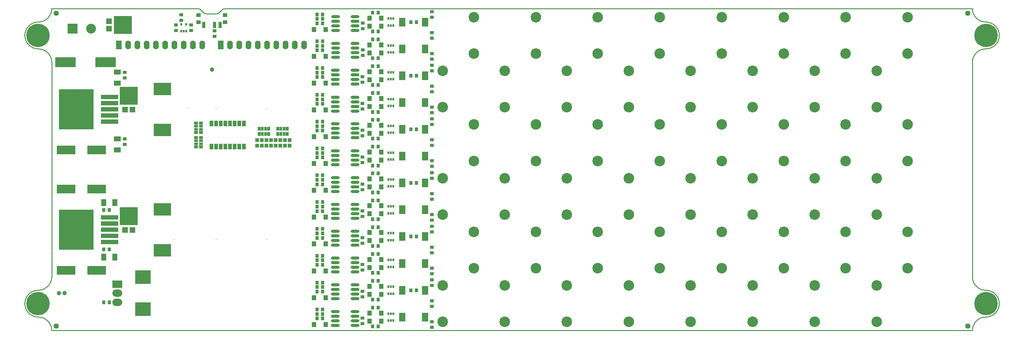
<source format=gbs>
G04*
G04 #@! TF.GenerationSoftware,Altium Limited,Altium Designer,22.2.1 (43)*
G04*
G04 Layer_Color=16711935*
%FSLAX44Y44*%
%MOMM*%
G71*
G04*
G04 #@! TF.SameCoordinates,C2D7B67D-8841-428D-B263-7EF30795714A*
G04*
G04*
G04 #@! TF.FilePolarity,Negative*
G04*
G01*
G75*
%ADD10C,0.2540*%
%ADD19C,0.2032*%
%ADD20R,2.7032X2.0032*%
%ADD21O,2.7032X2.0032*%
%ADD22R,4.2032X3.7032*%
%ADD23C,1.2032*%
%ADD24C,1.4480*%
%ADD25C,6.4032*%
%ADD26C,2.9032*%
%ADD27C,2.7032*%
%ADD28R,2.7032X2.7032*%
%ADD29O,1.6032X2.4032*%
%ADD30R,1.6032X2.4032*%
%ADD79R,1.2032X1.0032*%
%ADD80R,0.9032X1.7032*%
%ADD81R,4.8032X1.3032*%
%ADD82R,9.6032X11.0032*%
%ADD83R,1.0032X1.6032*%
%ADD84O,2.4032X0.8032*%
%ADD85R,0.6032X0.8032*%
%ADD86R,5.7032X2.7032*%
%ADD87R,5.2032X2.4032*%
%ADD88R,1.6032X1.6032*%
%ADD89R,4.9232X5.0032*%
%ADD90R,5.0032X4.9232*%
%ADD91R,1.6032X1.6032*%
%ADD92R,4.7032X3.4532*%
%ADD93R,0.8382X1.0922*%
%ADD94R,1.3462X1.9812*%
%ADD95R,1.9812X1.3462*%
%ADD96R,1.0922X0.8382*%
%ADD97R,1.0032X0.8532*%
%ADD98R,1.0032X0.7032*%
%ADD99R,0.8532X1.0032*%
%ADD100R,0.7032X1.0032*%
%ADD101R,1.0032X1.0032*%
%ADD102R,1.2032X1.4032*%
%ADD103R,1.7032X2.4032*%
D10*
X-36875Y405625D02*
G03*
X-73750Y368750I-0J-36875D01*
G01*
D02*
G03*
X-36875Y331875I36875J0D01*
G01*
X0Y295000D02*
G03*
X-36875Y331875I-36875J0D01*
G01*
Y405625D02*
G03*
X0Y442500I0J36875D01*
G01*
Y-442500D02*
G03*
X-36875Y-405625I-36875J0D01*
G01*
Y-331875D02*
G03*
X0Y-295000I0J36875D01*
G01*
X-36875Y-331875D02*
G03*
X-73750Y-368750I-0J-36875D01*
G01*
D02*
G03*
X-36875Y-405625I36875J0D01*
G01*
X2561875D02*
G03*
X2598750Y-368750I0J36875D01*
G01*
D02*
G03*
X2561875Y-331875I-36875J0D01*
G01*
X2525000Y-295000D02*
G03*
X2561875Y-331875I36875J0D01*
G01*
Y-405625D02*
G03*
X2525000Y-442500I-0J-36875D01*
G01*
Y442500D02*
G03*
X2561875Y405625I36875J0D01*
G01*
Y331875D02*
G03*
X2525000Y295000I-0J-36875D01*
G01*
X2561875Y331875D02*
G03*
X2598750Y368750I0J36875D01*
G01*
D02*
G03*
X2561875Y405625I-36875J0D01*
G01*
X450750Y428000D02*
G03*
X459286Y431535I0J12071D01*
G01*
X475250Y442500D02*
G03*
X466715Y438965I0J-12071D01*
G01*
X408786D02*
G03*
X400250Y442500I-8536J-8536D01*
G01*
X416214Y431535D02*
G03*
X424750Y428000I8536J8536D01*
G01*
X0Y-295000D02*
Y-0D01*
Y295000D01*
X2525000Y-0D02*
Y295000D01*
Y-295000D02*
Y-0D01*
X475250Y442500D02*
X2525000Y442500D01*
X0Y442500D02*
X400250Y442500D01*
X459286Y431536D02*
X466715Y438965D01*
X408786D02*
X416214Y431536D01*
X424750Y428000D02*
X437750D01*
X450750D01*
X0Y-442500D02*
X2525000Y-442500D01*
D19*
X454000Y415000D02*
D03*
X424000D02*
D03*
X589500Y-192500D02*
D03*
X450500D02*
D03*
X334500D02*
D03*
X195500D02*
D03*
X589500Y167500D02*
D03*
X450500D02*
D03*
X374500D02*
D03*
X235500D02*
D03*
D20*
X180000Y-315000D02*
D03*
D21*
Y-340000D02*
D03*
Y-365000D02*
D03*
D22*
X250000Y-384000D02*
D03*
Y-296000D02*
D03*
D23*
X35000Y-340000D02*
D03*
X20000D02*
D03*
X440000Y275000D02*
D03*
D24*
X2512500Y-430000D02*
D03*
Y430000D02*
D03*
X12500D02*
D03*
Y-430000D02*
D03*
D25*
X-37500Y368750D02*
D03*
Y-368750D02*
D03*
X2562500D02*
D03*
Y368750D02*
D03*
D26*
X2347500Y318750D02*
D03*
Y418750D02*
D03*
X2177500D02*
D03*
Y318750D02*
D03*
X2007500Y418750D02*
D03*
Y318750D02*
D03*
X1837500Y418750D02*
D03*
Y318750D02*
D03*
X1667500Y418750D02*
D03*
Y318750D02*
D03*
X1497500Y418750D02*
D03*
Y318750D02*
D03*
X1327500Y418750D02*
D03*
Y318750D02*
D03*
X1157500Y418750D02*
D03*
Y318750D02*
D03*
X2347500Y-271250D02*
D03*
Y-171250D02*
D03*
X2177500Y-271250D02*
D03*
Y-171250D02*
D03*
X2007500Y-271250D02*
D03*
Y-171250D02*
D03*
X1837500Y-271250D02*
D03*
Y-171250D02*
D03*
X1667500Y-271250D02*
D03*
Y-171250D02*
D03*
X1497500Y-271250D02*
D03*
Y-171250D02*
D03*
X1327500Y-271250D02*
D03*
Y-171250D02*
D03*
X1157500Y-271250D02*
D03*
Y-171250D02*
D03*
X2262500Y-418750D02*
D03*
Y-318750D02*
D03*
X2092500Y-418750D02*
D03*
Y-318750D02*
D03*
X1922500Y-418750D02*
D03*
Y-318750D02*
D03*
X1752500Y-418750D02*
D03*
Y-318750D02*
D03*
X1582500Y-418750D02*
D03*
Y-318750D02*
D03*
X1412500Y-418750D02*
D03*
Y-318750D02*
D03*
X1242500Y-418750D02*
D03*
Y-318750D02*
D03*
X1072500Y-418750D02*
D03*
Y-318750D02*
D03*
X1922500Y271250D02*
D03*
Y171250D02*
D03*
X1752500Y271250D02*
D03*
Y171250D02*
D03*
X1242500Y271250D02*
D03*
Y171250D02*
D03*
X1412500Y271250D02*
D03*
Y171250D02*
D03*
X2347500Y123750D02*
D03*
Y23750D02*
D03*
X2177500Y123750D02*
D03*
Y23750D02*
D03*
X1752500Y-23750D02*
D03*
Y-123750D02*
D03*
X1582500Y-23750D02*
D03*
Y-123750D02*
D03*
X2262500Y271250D02*
D03*
Y171250D02*
D03*
X2092500Y271250D02*
D03*
Y171250D02*
D03*
X1242500Y-23750D02*
D03*
Y-123750D02*
D03*
X1072500Y271250D02*
D03*
Y171250D02*
D03*
X1412500Y-23750D02*
D03*
Y-123750D02*
D03*
X1072500Y-23750D02*
D03*
Y-123750D02*
D03*
X2007500Y123750D02*
D03*
Y23750D02*
D03*
X1837500Y123750D02*
D03*
Y23750D02*
D03*
X1667500Y123750D02*
D03*
Y23750D02*
D03*
X1497500Y123750D02*
D03*
Y23750D02*
D03*
X1327500Y123750D02*
D03*
Y23750D02*
D03*
X1157500Y123750D02*
D03*
Y23750D02*
D03*
X1922500Y-23750D02*
D03*
Y-123750D02*
D03*
X2092500Y-23750D02*
D03*
Y-123750D02*
D03*
X1582500Y271250D02*
D03*
Y171250D02*
D03*
X2262500Y-23750D02*
D03*
Y-123750D02*
D03*
D27*
X107650Y387350D02*
D03*
D28*
X56850D02*
D03*
D29*
X691850Y342900D02*
D03*
X666450D02*
D03*
X641050D02*
D03*
X615650D02*
D03*
X488650D02*
D03*
X539450D02*
D03*
X514050D02*
D03*
X564850D02*
D03*
X590250D02*
D03*
X412450D02*
D03*
X387050D02*
D03*
X361650D02*
D03*
X336250D02*
D03*
X209250D02*
D03*
X260050D02*
D03*
X234650D02*
D03*
X285450D02*
D03*
X310850D02*
D03*
D30*
X463250D02*
D03*
X183850D02*
D03*
D79*
X475500Y424650D02*
D03*
X402500D02*
D03*
Y405350D02*
D03*
X475500D02*
D03*
D80*
X416500Y397500D02*
D03*
X446500D02*
D03*
X461500D02*
D03*
D81*
X158250Y131500D02*
D03*
Y148500D02*
D03*
Y199500D02*
D03*
Y165500D02*
D03*
Y182500D02*
D03*
X158500Y-148500D02*
D03*
Y-165500D02*
D03*
Y-131500D02*
D03*
Y-182500D02*
D03*
Y-199500D02*
D03*
D82*
X67250Y165500D02*
D03*
X67500Y-165500D02*
D03*
D83*
X438050Y126500D02*
D03*
X450750D02*
D03*
X463450D02*
D03*
X476150D02*
D03*
X488850D02*
D03*
X501550D02*
D03*
X514250D02*
D03*
X526950D02*
D03*
Y63500D02*
D03*
X514250D02*
D03*
X501550D02*
D03*
X488850D02*
D03*
X476150D02*
D03*
X463450D02*
D03*
X450750D02*
D03*
X438050D02*
D03*
D84*
X778030Y321110D02*
D03*
Y346510D02*
D03*
X832030Y308410D02*
D03*
Y321110D02*
D03*
Y333810D02*
D03*
X778030Y308410D02*
D03*
Y333810D02*
D03*
X832030Y346510D02*
D03*
X832000Y199060D02*
D03*
X778000Y186360D02*
D03*
Y160960D02*
D03*
X832000Y186360D02*
D03*
Y173660D02*
D03*
Y160960D02*
D03*
X778000Y199060D02*
D03*
Y173660D02*
D03*
X777960Y26360D02*
D03*
Y51760D02*
D03*
X831960Y13660D02*
D03*
Y26360D02*
D03*
Y39060D02*
D03*
X777960Y13660D02*
D03*
Y39060D02*
D03*
X831960Y51760D02*
D03*
X832000Y-95940D02*
D03*
X778000Y-108640D02*
D03*
Y-134040D02*
D03*
X832000Y-108640D02*
D03*
Y-121340D02*
D03*
Y-134040D02*
D03*
X778000Y-95940D02*
D03*
Y-121340D02*
D03*
X778030Y394850D02*
D03*
Y420250D02*
D03*
X832030Y382150D02*
D03*
Y394850D02*
D03*
Y407550D02*
D03*
X778030Y382150D02*
D03*
Y407550D02*
D03*
X832030Y420250D02*
D03*
X832000Y272800D02*
D03*
X778000Y260100D02*
D03*
Y234700D02*
D03*
X832000Y260100D02*
D03*
Y247400D02*
D03*
Y234700D02*
D03*
X778000Y272800D02*
D03*
Y247400D02*
D03*
X777960Y100100D02*
D03*
Y125500D02*
D03*
X831960Y87400D02*
D03*
Y100100D02*
D03*
Y112800D02*
D03*
X777960Y87400D02*
D03*
Y112800D02*
D03*
X831960Y125500D02*
D03*
X832000Y-22200D02*
D03*
X778000Y-34900D02*
D03*
Y-60300D02*
D03*
X832000Y-34900D02*
D03*
Y-47600D02*
D03*
Y-60300D02*
D03*
X778000Y-22200D02*
D03*
Y-47600D02*
D03*
X777960Y-268890D02*
D03*
Y-243490D02*
D03*
X831960Y-281590D02*
D03*
Y-268890D02*
D03*
Y-256190D02*
D03*
X777960Y-281590D02*
D03*
Y-256190D02*
D03*
X831960Y-243490D02*
D03*
X832000Y-390940D02*
D03*
X778000Y-403640D02*
D03*
Y-429040D02*
D03*
X832000Y-403640D02*
D03*
Y-416340D02*
D03*
Y-429040D02*
D03*
X778000Y-390940D02*
D03*
Y-416340D02*
D03*
X777960Y-195150D02*
D03*
Y-169750D02*
D03*
X831960Y-207850D02*
D03*
Y-195150D02*
D03*
Y-182450D02*
D03*
X777960Y-207850D02*
D03*
Y-182450D02*
D03*
X831960Y-169750D02*
D03*
X832000Y-317200D02*
D03*
X778000Y-329900D02*
D03*
Y-355300D02*
D03*
X832000Y-329900D02*
D03*
Y-342600D02*
D03*
Y-355300D02*
D03*
X778000Y-317200D02*
D03*
Y-342600D02*
D03*
D85*
X936530Y341330D02*
D03*
X923530D02*
D03*
X930029Y322330D02*
D03*
X936530D02*
D03*
X923530D02*
D03*
X930031Y341330D02*
D03*
X930001Y193880D02*
D03*
X923500Y174880D02*
D03*
X936500D02*
D03*
X929999D02*
D03*
X923500Y193880D02*
D03*
X936500D02*
D03*
X936460Y46580D02*
D03*
X923460D02*
D03*
X929959Y27580D02*
D03*
X936460D02*
D03*
X923460D02*
D03*
X929961Y46580D02*
D03*
X930001Y-101120D02*
D03*
X923500Y-120120D02*
D03*
X936500D02*
D03*
X929999D02*
D03*
X923500Y-101120D02*
D03*
X936500D02*
D03*
X936530Y415070D02*
D03*
X923530D02*
D03*
X930029Y396070D02*
D03*
X936530D02*
D03*
X923530D02*
D03*
X930031Y415070D02*
D03*
X930001Y267620D02*
D03*
X923500Y248620D02*
D03*
X936500D02*
D03*
X929999D02*
D03*
X923500Y267620D02*
D03*
X936500D02*
D03*
X936460Y120320D02*
D03*
X923460D02*
D03*
X929959Y101320D02*
D03*
X936460D02*
D03*
X923460D02*
D03*
X929961Y120320D02*
D03*
X930001Y-27380D02*
D03*
X923500Y-46380D02*
D03*
X936500D02*
D03*
X929999D02*
D03*
X923500Y-27380D02*
D03*
X936500D02*
D03*
X936460Y-248670D02*
D03*
X923460D02*
D03*
X929959Y-267670D02*
D03*
X936460D02*
D03*
X923460D02*
D03*
X929961Y-248670D02*
D03*
X930001Y-396120D02*
D03*
X923500Y-415120D02*
D03*
X936500D02*
D03*
X929999D02*
D03*
X923500Y-396120D02*
D03*
X936500D02*
D03*
X936460Y-174930D02*
D03*
X923460D02*
D03*
X929959Y-193930D02*
D03*
X936460D02*
D03*
X923460D02*
D03*
X929961Y-174930D02*
D03*
X930001Y-322380D02*
D03*
X923500Y-341380D02*
D03*
X936500D02*
D03*
X929999D02*
D03*
X923500Y-322380D02*
D03*
X936500D02*
D03*
X368500Y399500D02*
D03*
X355500D02*
D03*
X361999Y380500D02*
D03*
X368500D02*
D03*
X355500D02*
D03*
D86*
X147500Y295500D02*
D03*
X37500D02*
D03*
D87*
X39000Y54000D02*
D03*
X123000D02*
D03*
X123250Y-54000D02*
D03*
X39250D02*
D03*
Y-277000D02*
D03*
X123250D02*
D03*
D88*
X156950Y407900D02*
D03*
Y387100D02*
D03*
D89*
X195000Y397500D02*
D03*
D90*
X211000Y-128000D02*
D03*
Y203000D02*
D03*
D91*
X221400Y-166050D02*
D03*
X200600D02*
D03*
Y164950D02*
D03*
X221400D02*
D03*
D92*
X303750Y-109250D02*
D03*
Y-221750D02*
D03*
Y221750D02*
D03*
Y109250D02*
D03*
D93*
X157620Y-365000D02*
D03*
X142380D02*
D03*
X157620Y-220000D02*
D03*
X142380D02*
D03*
X157620Y-111000D02*
D03*
X142380D02*
D03*
X895120Y-357875D02*
D03*
X879880D02*
D03*
X895120Y-305875D02*
D03*
X879880D02*
D03*
X895080Y-284175D02*
D03*
X879840D02*
D03*
X895080Y-232175D02*
D03*
X879840D02*
D03*
X895080Y-210425D02*
D03*
X879840D02*
D03*
X984910Y405570D02*
D03*
X1000150D02*
D03*
X895150Y431575D02*
D03*
X879910D02*
D03*
X727410Y426740D02*
D03*
X742650D02*
D03*
X727410Y352960D02*
D03*
X742650D02*
D03*
X895150Y379575D02*
D03*
X879910D02*
D03*
X727410Y401740D02*
D03*
X742650D02*
D03*
X895150Y357825D02*
D03*
X879910D02*
D03*
X895150Y305825D02*
D03*
X879910D02*
D03*
X727410Y327960D02*
D03*
X742650D02*
D03*
X727410Y414240D02*
D03*
X742650D02*
D03*
X727410Y340460D02*
D03*
X742650D02*
D03*
X742580Y-249540D02*
D03*
X727340D02*
D03*
X742580Y-175760D02*
D03*
X727340D02*
D03*
X742580Y-262040D02*
D03*
X727340D02*
D03*
X742580Y-188260D02*
D03*
X727340D02*
D03*
X1000080Y-184430D02*
D03*
X984840D02*
D03*
X742580Y-237040D02*
D03*
X727340D02*
D03*
X742580Y-163260D02*
D03*
X727340D02*
D03*
X879840Y-158425D02*
D03*
X895080D02*
D03*
X742620Y-396990D02*
D03*
X727380D02*
D03*
X742620Y-323210D02*
D03*
X727380D02*
D03*
X742620Y-409490D02*
D03*
X727380D02*
D03*
X879880Y-431625D02*
D03*
X895120D02*
D03*
X879880Y-379625D02*
D03*
X895120D02*
D03*
X742620Y-335710D02*
D03*
X727380D02*
D03*
X1000120Y-331880D02*
D03*
X984880D02*
D03*
X742620Y-384490D02*
D03*
X727380D02*
D03*
X742620Y-310710D02*
D03*
X727380D02*
D03*
X895120Y-136625D02*
D03*
X879880D02*
D03*
X984880Y258120D02*
D03*
X1000120D02*
D03*
X984880Y-36880D02*
D03*
X1000120D02*
D03*
X895120Y-84625D02*
D03*
X879880D02*
D03*
X895120Y-10875D02*
D03*
X879880D02*
D03*
X895120Y-62875D02*
D03*
X879880D02*
D03*
X727380Y279290D02*
D03*
X742620D02*
D03*
X727380Y254290D02*
D03*
X742620D02*
D03*
X727380Y266790D02*
D03*
X742620D02*
D03*
X727340Y131990D02*
D03*
X742580D02*
D03*
X727340Y58210D02*
D03*
X742580D02*
D03*
X727340Y106990D02*
D03*
X742580D02*
D03*
X727340Y33210D02*
D03*
X742580D02*
D03*
X727340Y119490D02*
D03*
X742580D02*
D03*
X727340Y45710D02*
D03*
X742580D02*
D03*
X984840Y110820D02*
D03*
X1000080D02*
D03*
X895080Y136825D02*
D03*
X879840D02*
D03*
X895080Y84825D02*
D03*
X879840D02*
D03*
X895080Y63075D02*
D03*
X879840D02*
D03*
X895080Y11075D02*
D03*
X879840D02*
D03*
X727380Y-15710D02*
D03*
X742620D02*
D03*
X727380Y-89490D02*
D03*
X742620D02*
D03*
X727380Y-40710D02*
D03*
X742620D02*
D03*
X727380Y-28210D02*
D03*
X742620D02*
D03*
X727380Y-114490D02*
D03*
X742620D02*
D03*
X727380Y-101990D02*
D03*
X742620D02*
D03*
X727380Y180510D02*
D03*
X742620D02*
D03*
X727380Y205510D02*
D03*
X742620D02*
D03*
X727380Y193010D02*
D03*
X742620D02*
D03*
X895120Y210375D02*
D03*
X879880D02*
D03*
X895120Y232125D02*
D03*
X879880D02*
D03*
X895120Y284125D02*
D03*
X879880D02*
D03*
X895120Y158375D02*
D03*
X879880D02*
D03*
D94*
X142260Y-240500D02*
D03*
X172740D02*
D03*
X142260Y-90500D02*
D03*
X172740D02*
D03*
D95*
X180000Y54010D02*
D03*
Y84490D02*
D03*
X180000Y237260D02*
D03*
Y267740D02*
D03*
D96*
X200000Y84620D02*
D03*
Y69380D02*
D03*
X200000Y267620D02*
D03*
Y252380D02*
D03*
X355500Y410630D02*
D03*
Y425870D02*
D03*
X341000Y382380D02*
D03*
Y397620D02*
D03*
X382000Y397620D02*
D03*
Y382380D02*
D03*
X446250Y381620D02*
D03*
Y366380D02*
D03*
X852500Y-408620D02*
D03*
Y-423860D02*
D03*
X852500Y-334880D02*
D03*
Y-350120D02*
D03*
X852460Y-261170D02*
D03*
Y-276410D02*
D03*
X1042530Y418580D02*
D03*
Y433820D02*
D03*
X1042530Y376320D02*
D03*
Y361080D02*
D03*
Y318820D02*
D03*
Y303580D02*
D03*
X852530Y402570D02*
D03*
Y387330D02*
D03*
X852530Y328830D02*
D03*
Y313590D02*
D03*
X1042460Y-286420D02*
D03*
Y-271180D02*
D03*
Y-228920D02*
D03*
Y-213680D02*
D03*
X1042460Y-156180D02*
D03*
Y-171420D02*
D03*
X852460Y-202670D02*
D03*
Y-187430D02*
D03*
X1042500Y-433870D02*
D03*
Y-418630D02*
D03*
Y-376370D02*
D03*
Y-361130D02*
D03*
X1042500Y-303630D02*
D03*
Y-318870D02*
D03*
X1042500Y-123630D02*
D03*
Y-138870D02*
D03*
X852500Y-113620D02*
D03*
Y-128860D02*
D03*
X1042500Y-23870D02*
D03*
Y-8630D02*
D03*
X1042500Y-66130D02*
D03*
Y-81370D02*
D03*
X852500Y-39880D02*
D03*
Y-55120D02*
D03*
X1042460Y24070D02*
D03*
Y8830D02*
D03*
X1042460Y123830D02*
D03*
Y139070D02*
D03*
X1042460Y81570D02*
D03*
Y66330D02*
D03*
X852460Y107820D02*
D03*
Y92580D02*
D03*
X852500Y181380D02*
D03*
Y166140D02*
D03*
X852460Y34080D02*
D03*
Y18840D02*
D03*
X1042500Y271130D02*
D03*
Y286370D02*
D03*
X1042500Y228870D02*
D03*
Y213630D02*
D03*
Y171370D02*
D03*
Y156130D02*
D03*
X852500Y255120D02*
D03*
Y239880D02*
D03*
D97*
X395500Y62250D02*
D03*
Y87750D02*
D03*
X409500Y62250D02*
D03*
Y87750D02*
D03*
X395500Y102250D02*
D03*
Y127750D02*
D03*
X409500Y102250D02*
D03*
Y127750D02*
D03*
D98*
X395500Y79000D02*
D03*
Y71000D02*
D03*
X409500Y79000D02*
D03*
Y71000D02*
D03*
X395500Y119000D02*
D03*
Y111000D02*
D03*
X409500Y119000D02*
D03*
Y111000D02*
D03*
D99*
X569350Y112250D02*
D03*
X594850D02*
D03*
X569350Y98250D02*
D03*
X594850D02*
D03*
X620150Y112250D02*
D03*
X645650D02*
D03*
X620150Y98250D02*
D03*
X645650D02*
D03*
D100*
X586100Y112250D02*
D03*
X578100D02*
D03*
X586100Y98250D02*
D03*
X578100D02*
D03*
X636900Y112250D02*
D03*
X628900D02*
D03*
X636900Y98250D02*
D03*
X628900D02*
D03*
D101*
X651950Y66000D02*
D03*
Y81000D02*
D03*
X639250D02*
D03*
Y66000D02*
D03*
X613850Y81000D02*
D03*
Y66000D02*
D03*
X575750Y81000D02*
D03*
Y66000D02*
D03*
X588450Y81000D02*
D03*
Y66000D02*
D03*
X601150Y81000D02*
D03*
Y66000D02*
D03*
X563050Y81000D02*
D03*
Y66000D02*
D03*
X626550Y81000D02*
D03*
Y66000D02*
D03*
D102*
X871260Y-269175D02*
D03*
X903660D02*
D03*
X871260Y-247175D02*
D03*
X903660D02*
D03*
X871330Y416575D02*
D03*
X903730D02*
D03*
X871330Y394575D02*
D03*
X903730D02*
D03*
X751230Y385240D02*
D03*
X718830D02*
D03*
X871330Y342825D02*
D03*
X903730D02*
D03*
X871330Y320825D02*
D03*
X903730D02*
D03*
X751230Y311460D02*
D03*
X718830D02*
D03*
X718760Y-278540D02*
D03*
X751160D02*
D03*
X718760Y-204760D02*
D03*
X751160D02*
D03*
X903660Y-195425D02*
D03*
X871260D02*
D03*
X903660Y-173425D02*
D03*
X871260D02*
D03*
X718800Y-425990D02*
D03*
X751200D02*
D03*
X903700Y-416625D02*
D03*
X871300D02*
D03*
X903700Y-394625D02*
D03*
X871300D02*
D03*
X718800Y-352210D02*
D03*
X751200D02*
D03*
X903700Y-342875D02*
D03*
X871300D02*
D03*
X903700Y-320875D02*
D03*
X871300D02*
D03*
Y-121625D02*
D03*
X903700D02*
D03*
X871300Y-99625D02*
D03*
X903700D02*
D03*
X871300Y269125D02*
D03*
X903700D02*
D03*
X871300Y-25875D02*
D03*
X903700D02*
D03*
X871300Y-47875D02*
D03*
X903700D02*
D03*
X751160Y90490D02*
D03*
X718760D02*
D03*
X751160Y16710D02*
D03*
X718760D02*
D03*
X871260Y121825D02*
D03*
X903660D02*
D03*
X871260Y48075D02*
D03*
X903660D02*
D03*
X871260Y99825D02*
D03*
X903660D02*
D03*
X871260Y26075D02*
D03*
X903660D02*
D03*
X751200Y-57210D02*
D03*
X718800D02*
D03*
X751200Y-130990D02*
D03*
X718800D02*
D03*
X871300Y173375D02*
D03*
X903700D02*
D03*
X871300Y195375D02*
D03*
X903700D02*
D03*
X871300Y247125D02*
D03*
X903700D02*
D03*
X751200Y237790D02*
D03*
X718800D02*
D03*
X751200Y164010D02*
D03*
X718800D02*
D03*
D103*
X961030Y405575D02*
D03*
X1024030D02*
D03*
X961030Y331825D02*
D03*
X1024030D02*
D03*
X960960Y-258175D02*
D03*
X1023960D02*
D03*
X960960Y-184425D02*
D03*
X1023960D02*
D03*
X961000Y-405625D02*
D03*
X1024000D02*
D03*
X961000Y-331875D02*
D03*
X1024000D02*
D03*
X961000Y-110625D02*
D03*
X1024000D02*
D03*
X961000Y258125D02*
D03*
X1024000D02*
D03*
X961000Y-36875D02*
D03*
X1024000D02*
D03*
X960960Y37075D02*
D03*
X1023960D02*
D03*
X960960Y110825D02*
D03*
X1023960D02*
D03*
X961000Y184375D02*
D03*
X1024000D02*
D03*
M02*

</source>
